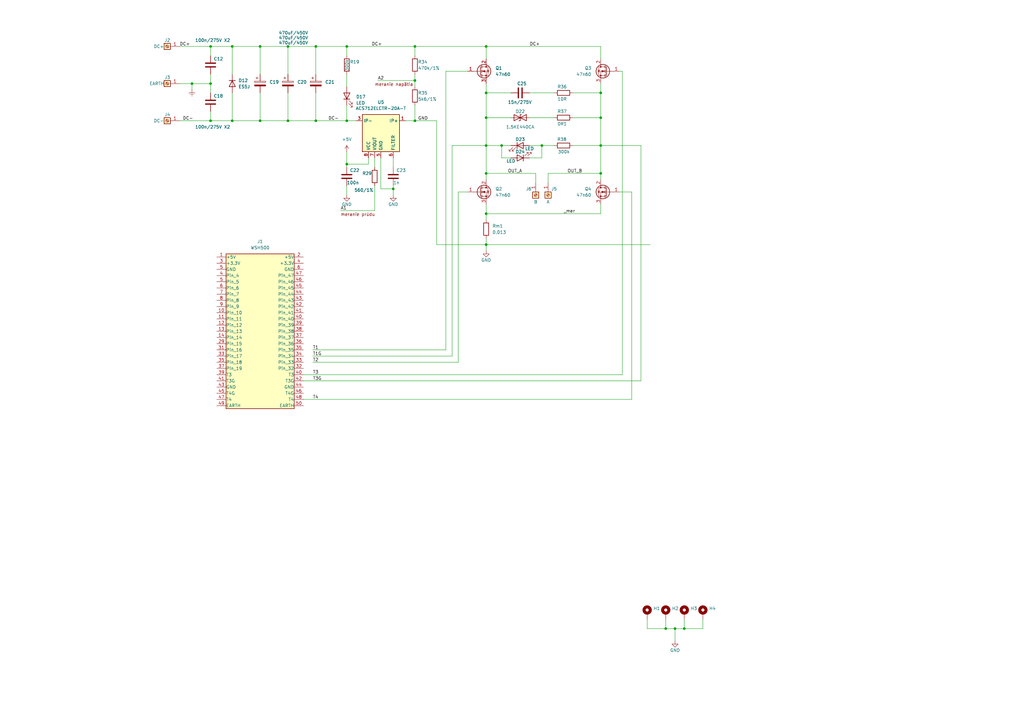
<source format=kicad_sch>
(kicad_sch (version 20250114) (generator "eeschema") (generator_version "9.0")
  (paper "A3")
  (lib_symbols
    (symbol "C_1" (pin_numbers (hide yes)) (pin_names (offset 0.254))
      (property "Reference" "C" (at 0.635 2.54 0))
      (property "Value" "C_1" (at 0.635 -2.54 0))
      (symbol "C_1_0_1"
        (polyline (pts (xy -2.032 0.762) (xy 2.032 0.762)) (stroke (width 0.508)))
        (polyline (pts (xy -2.032 -0.762) (xy 2.032 -0.762)) (stroke (width 0.508)))
      )
      (symbol "C_1_1_1"
        (pin passive line (at 0 3.81 270) (length 2.794) (name "~") (number "1"))
        (pin passive line (at 0 -3.81 90) (length 2.794) (name "~") (number "2"))
      )
    )
    (symbol "D_1" (pin_numbers (hide yes))
      (property "Reference" "D" (at 0 2.54 0))
      (property "Value" "D_1" (at 0 -2.54 0))
      (symbol "D_1_0_1"
        (polyline (pts (xy -1.27 1.27) (xy -1.27 -1.27)) (stroke (width 0.254)))
        (polyline (pts (xy 1.27 1.27) (xy 1.27 -1.27) (xy -1.27 0) (xy 1.27 1.27)) (stroke (width 0.254)))
        (polyline (pts (xy 1.27 0) (xy -1.27 0)))
      )
      (symbol "D_1_1_1"
        (pin passive line (at -3.81 0 0) (length 2.54) (name "") (number "1"))
        (pin passive line (at 3.81 0 180) (length 2.54) (name "") (number "2"))
      )
    )
    (symbol "Device:C" (pin_numbers (hide yes)) (pin_names (offset 0.254))
      (property "Reference" "C" (at 0.635 2.54 0))
      (property "Value" "C" (at 0.635 -2.54 0))
      (symbol "C_0_1"
        (polyline (pts (xy -2.032 0.762) (xy 2.032 0.762)) (stroke (width 0.508)))
        (polyline (pts (xy -2.032 -0.762) (xy 2.032 -0.762)) (stroke (width 0.508)))
      )
      (symbol "C_1_1"
        (pin passive line (at 0 3.81 270) (length 2.794) (name "~") (number "1"))
        (pin passive line (at 0 -3.81 90) (length 2.794) (name "~") (number "2"))
      )
    )
    (symbol "Device:R" (pin_numbers (hide yes)) (pin_names (offset 0))
      (property "Reference" "R" (at 2.032 0 90))
      (property "Value" "R" (at 0 0 90))
      (symbol "R_0_1"
        (rectangle (start -1.016 -2.54) (end 1.016 2.54) (stroke (width 0.254)))
      )
      (symbol "R_1_1"
        (pin passive line (at 0 3.81 270) (length 1.27) (name "~") (number "1"))
        (pin passive line (at 0 -3.81 90) (length 1.27) (name "~") (number "2"))
      )
    )
    (symbol "Diode:1.5KExxCA" (pin_numbers (hide yes)) (pin_names (offset 1.016) (hide yes))
      (property "Reference" "D" (at 0 2.54 0))
      (property "Value" "1.5KExxCA" (at 0 -2.54 0))
      (symbol "1.5KExxCA_0_1"
        (polyline (pts (xy -2.54 -1.27) (xy 0 0) (xy -2.54 1.27) (xy -2.54 -1.27)) (stroke (width 0.254)))
        (polyline (pts (xy 0.508 1.27) (xy 0 1.27) (xy 0 -1.27) (xy -0.508 -1.27)) (stroke (width 0.254)))
        (polyline (pts (xy 1.27 0) (xy -1.27 0)))
        (polyline (pts (xy 2.54 1.27) (xy 2.54 -1.27) (xy 0 0) (xy 2.54 1.27)) (stroke (width 0.254)))
      )
      (symbol "1.5KExxCA_1_1"
        (pin passive line (at -3.81 0 0) (length 2.54) (name "A1") (number "1"))
        (pin passive line (at 3.81 0 180) (length 2.54) (name "A2") (number "2"))
      )
    )
    (symbol "Mechanical:MountingHole_Pad" (pin_numbers (hide yes)) (pin_names (offset 1.016) (hide yes)) (in_bom no)
      (property "Reference" "H" (at 0 6.35 0))
      (property "Value" "MountingHole_Pad" (at 0 4.445 0))
      (symbol "MountingHole_Pad_0_1"
        (circle (center 0 1.27) (radius 1.27) (stroke (width 1.27)))
      )
      (symbol "MountingHole_Pad_1_1"
        (pin input line (at 0 -2.54 90) (length 2.54) (name "1") (number "1"))
      )
    )
    (symbol "R_1" (pin_numbers (hide yes)) (pin_names (offset 0))
      (property "Reference" "R" (at 2.032 0 90))
      (property "Value" "R_1" (at 0 0 90))
      (symbol "R_1_0_1"
        (rectangle (start -1.016 -2.54) (end 1.016 2.54) (stroke (width 0.254)))
      )
      (symbol "R_1_1_1"
        (pin passive line (at 0 3.81 270) (length 1.27) (name "~") (number "1"))
        (pin passive line (at 0 -3.81 90) (length 1.27) (name "~") (number "2"))
      )
    )
    (symbol "Transistor_FET:C2M0040120D" (pin_names (hide yes))
      (property "Reference" "Q" (at 5.08 1.905 0))
      (property "Value" "C2M0040120D" (at 5.08 0 0))
      (symbol "C2M0040120D_0_1"
        (polyline (pts (xy 0.254 1.905) (xy 0.254 -1.905)) (stroke (width 0.254)))
        (polyline (pts (xy 0.254 0) (xy -2.54 0)))
        (polyline (pts (xy 0.762 2.286) (xy 0.762 1.27)) (stroke (width 0.254)))
        (polyline (pts (xy 0.762 0.508) (xy 0.762 -0.508)) (stroke (width 0.254)))
        (polyline (pts (xy 0.762 -1.27) (xy 0.762 -2.286)) (stroke (width 0.254)))
        (polyline (pts (xy 0.762 -1.778) (xy 3.302 -1.778) (xy 3.302 1.778) (xy 0.762 1.778)))
        (polyline (pts (xy 1.016 0) (xy 2.032 0.381) (xy 2.032 -0.381) (xy 1.016 0)) (fill (type outline)))
        (circle (center 1.651 0) (radius 2.794) (stroke (width 0.254)))
        (polyline (pts (xy 2.54 2.54) (xy 2.54 1.778)))
        (circle (center 2.54 1.778) (radius 0.254) (fill (type outline)))
        (circle (center 2.54 -1.778) (radius 0.254) (fill (type outline)))
        (polyline (pts (xy 2.54 -2.54) (xy 2.54 0) (xy 0.762 0)))
        (polyline (pts (xy 2.794 0.508) (xy 2.921 0.381) (xy 3.683 0.381) (xy 3.81 0.254)))
        (polyline (pts (xy 3.302 0.381) (xy 2.921 -0.254) (xy 3.683 -0.254) (xy 3.302 0.381)))
      )
      (symbol "C2M0040120D_1_1"
        (pin input line (at -5.08 0 0) (length 2.54) (name "G") (number "1"))
        (pin passive line (at 2.54 5.08 270) (length 2.54) (name "D") (number "2"))
        (pin passive line (at 2.54 -5.08 90) (length 2.54) (name "S") (number "3"))
      )
    )
    (symbol "fabrika_lib:7796_KEYSTONE" (pin_names (offset 1.016) (hide yes))
      (property "Reference" "J" (at 0 2.54 0))
      (property "Value" "7796_KEYSTONE" (at 0 -2.54 0))
      (property "TME" "KEYS7796" (at 0 0 0))
      (symbol "7796_KEYSTONE_1_1"
        (rectangle (start -1.27 1.27) (end 1.27 -1.27) (stroke (width 0.254)) (fill (type background)))
        (polyline (pts (xy -0.5334 0.3302) (xy 0.3302 -0.508)) (stroke (width 0.1524)))
        (polyline (pts (xy -0.3556 0.508) (xy 0.508 -0.3302)) (stroke (width 0.1524)))
        (circle (center 0 0) (radius 0.635) (stroke (width 0.1524)))
        (pin passive line (at -5.08 0 0) (length 3.81) (name "Pin_1") (number "1"))
      )
    )
    (symbol "fabrika_lib:ACS712"
      (property "Reference" "U" (at -6.35 8.89 0))
      (property "Value" "ACS712" (at 0 1.27 0))
      (symbol "ACS712_0_1"
        (rectangle (start -7.62 7.62) (end 7.62 -7.62) (stroke (width 0.254)) (fill (type background)))
      )
      (symbol "ACS712_1_1"
        (pin passive line (at -10.16 5.08 0) (length 2.54) (name "IP-") (number "3"))
        (pin passive line (at -10.16 5.08 0) (length 2.54) (hide yes) (name "IP-") (number "4"))
        (pin power_in line (at -5.08 -10.16 90) (length 2.54) (name "VCC") (number "8"))
        (pin output line (at -2.54 -10.16 90) (length 2.54) (name "VIOUT") (number "7"))
        (pin power_in line (at 0 -10.16 90) (length 2.54) (name "GND") (number "5"))
        (pin passive line (at 5.08 -10.16 90) (length 2.54) (name "FILTER") (number "6"))
        (pin passive line (at 10.16 5.08 180) (length 2.54) (name "IP+") (number "1"))
        (pin passive line (at 10.16 5.08 180) (length 2.54) (hide yes) (name "IP+") (number "2"))
      )
    )
    (symbol "fabrika_lib:C" (pin_numbers (hide yes)) (pin_names (offset 0.254))
      (property "Reference" "C" (at 0.635 2.54 0))
      (property "Value" "C" (at 0.635 -2.54 0))
      (symbol "C_0_1"
        (polyline (pts (xy -2.032 0.762) (xy 2.032 0.762)) (stroke (width 0.508)))
        (polyline (pts (xy -2.032 -0.762) (xy 2.032 -0.762)) (stroke (width 0.508)))
      )
      (symbol "C_1_1"
        (pin passive line (at 0 3.81 270) (length 2.794) (name "~") (number "1"))
        (pin passive line (at 0 -3.81 90) (length 2.794) (name "~") (number "2"))
      )
    )
    (symbol "fabrika_lib:LED" (pin_numbers (hide yes)) (pin_names (offset 1.016) (hide yes))
      (property "Reference" "D" (at 0 2.54 0))
      (property "Value" "LED" (at 0 -2.54 0))
      (symbol "LED_0_1"
        (polyline (pts (xy -3.048 -0.762) (xy -4.572 -2.286) (xy -3.81 -2.286) (xy -4.572 -2.286) (xy -4.572 -1.524)))
        (polyline (pts (xy -1.778 -0.762) (xy -3.302 -2.286) (xy -2.54 -2.286) (xy -3.302 -2.286) (xy -3.302 -1.524)))
        (polyline (pts (xy -1.27 0) (xy 1.27 0)))
        (polyline (pts (xy -1.27 -1.27) (xy -1.27 1.27)) (stroke (width 0.254)))
        (polyline (pts (xy 1.27 -1.27) (xy 1.27 1.27) (xy -1.27 0) (xy 1.27 -1.27)) (stroke (width 0.254)))
      )
      (symbol "LED_1_1"
        (pin passive line (at -3.81 0 0) (length 2.54) (name "K") (number "1"))
        (pin passive line (at 3.81 0 180) (length 2.54) (name "A") (number "2"))
      )
    )
    (symbol "fabrika_lib:R" (pin_numbers (hide yes)) (pin_names (offset 0))
      (property "Reference" "R" (at 2.032 0 90))
      (property "Value" "R" (at 0 0 90))
      (symbol "R_0_1"
        (rectangle (start -1.016 -2.54) (end 1.016 2.54) (stroke (width 0.254)))
      )
      (symbol "R_1_1"
        (pin passive line (at 0 3.81 270) (length 1.27) (name "~") (number "1"))
        (pin passive line (at 0 -3.81 90) (length 1.27) (name "~") (number "2"))
      )
    )
    (symbol "fabrika_lib:WE_861011486024" (pin_numbers (hide yes)) (pin_names (offset 0.254))
      (property "Reference" "C" (at 1.905 2.54 0))
      (property "Value" "470uF/450V" (at 1.905 -3.175 0))
      (symbol "WE_861011486024_0_1"
        (rectangle (start -2.286 0.508) (end 2.286 1.016))
        (polyline (pts (xy -1.778 2.286) (xy -0.762 2.286)))
        (polyline (pts (xy -1.27 2.794) (xy -1.27 1.778)))
        (rectangle (start 2.286 -0.508) (end -2.286 -1.016) (fill (type outline)))
      )
      (symbol "WE_861011486024_1_1"
        (pin passive line (at 0 3.81 270) (length 2.794) (name "~") (number "1"))
        (pin passive line (at 0 -3.81 90) (length 2.794) (name "~") (number "2"))
      )
    )
    (symbol "power:+5V" (power) (pin_names (offset 0))
      (property "Value" "+5V" (at 0 3.556 0))
      (symbol "+5V_0_1"
        (polyline (pts (xy -0.762 1.27) (xy 0 2.54)))
        (polyline (pts (xy 0 2.54) (xy 0.762 1.27)))
        (polyline (pts (xy 0 0) (xy 0 2.54)))
      )
      (symbol "+5V_1_1"
        (pin power_in line (at 0 0 90) (length 0) (hide yes) (name "+5V") (number "1"))
      )
    )
    (symbol "power:Earth" (power) (pin_names (offset 0))
      (symbol "Earth_0_1"
        (polyline (pts (xy -0.635 -1.905) (xy 0.635 -1.905)))
        (polyline (pts (xy -0.127 -2.54) (xy 0.127 -2.54)))
        (polyline (pts (xy 0 -1.27) (xy 0 0)))
        (polyline (pts (xy 1.27 -1.27) (xy -1.27 -1.27)))
      )
      (symbol "Earth_1_1"
        (pin power_in line (at 0 0 270) (length 0) (hide yes) (name "Earth") (number "1"))
      )
    )
    (symbol "power:GND" (power) (pin_names (offset 0))
      (property "Value" "GND" (at 0 -3.81 0))
      (symbol "GND_0_1"
        (polyline (pts (xy 0 0) (xy 0 -1.27) (xy 1.27 -1.27) (xy 0 -2.54) (xy -1.27 -1.27) (xy 0 -1.27)))
      )
      (symbol "GND_1_1"
        (pin power_in line (at 0 0 270) (length 0) (hide yes) (name "GND") (number "1"))
      )
    )
    (symbol "zvt:WSH500" (pin_names (offset 0.0254))
      (property "Reference" "J" (at 0 33.02 0))
      (property "Value" "WSH500" (at 1.27 -33.02 0))
      (symbol "WSH500_1_1"
        (rectangle (start -12.7 31.75) (end 15.24 -31.75) (stroke (width 0.254)) (fill (type background)))
        (pin power_in line (at -16.51 30.48 0) (length 3.81) (name "+5V") (number "1"))
        (pin power_out line (at -16.51 27.94 0) (length 3.81) (name "+3.3V") (number "3"))
        (pin power_in line (at -16.51 25.4 0) (length 3.81) (name "GND") (number "5"))
        (pin passive line (at -16.51 22.86 0) (length 3.81) (name "Pin_4") (number "4"))
        (pin passive line (at -16.51 20.32 0) (length 3.81) (name "Pin_5") (number "5"))
        (pin passive line (at -16.51 17.78 0) (length 3.81) (name "Pin_6") (number "6"))
        (pin passive line (at -16.51 15.24 0) (length 3.81) (name "Pin_7") (number "7"))
        (pin passive line (at -16.51 12.7 0) (length 3.81) (name "Pin_8") (number "8"))
        (pin passive line (at -16.51 10.16 0) (length 3.81) (name "Pin_9") (number "9"))
        (pin passive line (at -16.51 7.62 0) (length 3.81) (name "Pin_10") (number "10"))
        (pin passive line (at -16.51 5.08 0) (length 3.81) (name "Pin_11") (number "11"))
        (pin passive line (at -16.51 2.54 0) (length 3.81) (name "Pin_12") (number "12"))
        (pin passive line (at -16.51 0 0) (length 3.81) (name "Pin_13") (number "13"))
        (pin passive line (at -16.51 -2.54 0) (length 3.81) (name "Pin_14") (number "14"))
        (pin passive line (at -16.51 -5.08 0) (length 3.81) (name "Pin_15") (number "29"))
        (pin passive line (at -16.51 -7.62 0) (length 3.81) (name "Pin_16") (number "31"))
        (pin passive line (at -16.51 -10.16 0) (length 3.81) (name "Pin_17") (number "33"))
        (pin passive line (at -16.51 -12.7 0) (length 3.81) (name "Pin_18") (number "35"))
        (pin passive line (at -16.51 -15.24 0) (length 3.81) (name "Pin_19") (number "37"))
        (pin passive line (at -16.51 -17.78 0) (length 3.81) (name "T3") (number "39"))
        (pin output line (at -16.51 -20.32 0) (length 3.81) (name "T3G") (number "41"))
        (pin power_in line (at -16.51 -22.86 0) (length 3.81) (name "GND") (number "43"))
        (pin output line (at -16.51 -25.4 0) (length 3.81) (name "T4G") (number "45"))
        (pin output line (at -16.51 -27.94 0) (length 3.81) (name "T4") (number "47"))
        (pin passive line (at -16.51 -30.48 0) (length 3.81) (name "EARTH") (number "49"))
        (pin power_in line (at 19.05 30.48 180) (length 3.81) (name "+5V") (number "2"))
        (pin passive line (at 19.05 27.94 180) (length 3.81) (name "+3.3V") (number "4"))
        (pin power_in line (at 19.05 25.4 180) (length 3.81) (name "GND") (number "6"))
        (pin passive line (at 19.05 22.86 180) (length 3.81) (name "Pin_47") (number "47"))
        (pin passive line (at 19.05 20.32 180) (length 3.81) (name "Pin_46") (number "46"))
        (pin passive line (at 19.05 17.78 180) (length 3.81) (name "Pin_45") (number "45"))
        (pin passive line (at 19.05 15.24 180) (length 3.81) (name "Pin_44") (number "44"))
        (pin passive line (at 19.05 12.7 180) (length 3.81) (name "Pin_43") (number "43"))
        (pin passive line (at 19.05 10.16 180) (length 3.81) (name "Pin_42") (number "42"))
        (pin passive line (at 19.05 7.62 180) (length 3.81) (name "Pin_41") (number "41"))
        (pin passive line (at 19.05 5.08 180) (length 3.81) (name "Pin_40") (number "40"))
        (pin passive line (at 19.05 2.54 180) (length 3.81) (name "Pin_39") (number "39"))
        (pin passive line (at 19.05 0 180) (length 3.81) (name "Pin_38") (number "38"))
        (pin passive line (at 19.05 -2.54 180) (length 3.81) (name "Pin_37") (number "37"))
        (pin passive line (at 19.05 -5.08 180) (length 3.81) (name "Pin_36") (number "36"))
        (pin passive line (at 19.05 -7.62 180) (length 3.81) (name "Pin_35") (number "35"))
        (pin passive line (at 19.05 -10.16 180) (length 3.81) (name "Pin_34") (number "34"))
        (pin passive line (at 19.05 -12.7 180) (length 3.81) (name "Pin_33") (number "33"))
        (pin passive line (at 19.05 -15.24 180) (length 3.81) (name "Pin_32") (number "32"))
        (pin passive line (at 19.05 -17.78 180) (length 3.81) (name "T3") (number "40"))
        (pin passive line (at 19.05 -20.32 180) (length 3.81) (name "T3G") (number "42"))
        (pin passive line (at 19.05 -22.86 180) (length 3.81) (name "GND") (number "44"))
        (pin passive line (at 19.05 -25.4 180) (length 3.81) (name "T4G") (number "46"))
        (pin output line (at 19.05 -27.94 180) (length 3.81) (name "T4") (number "48"))
        (pin passive line (at 19.05 -30.48 180) (length 3.81) (name "EARTH") (number "50"))
      )
    )
  )
  (text "meranie napätia" (at 153.67 35.56 0) (effects (font (size 1.27 1.27)) (justify left bottom)))
  (text "meranie prúdu" (at 139.7 88.9 0) (effects (font (size 1.27 1.27)) (justify left bottom)))
  (junction (at 142.24 19.05))
  (junction (at 129.54 19.05))
  (junction (at 205.74 59.69))
  (junction (at 142.24 67.31))
  (junction (at 161.29 77.47))
  (junction (at 170.18 49.53))
  (junction (at 170.18 33.02))
  (junction (at 280.67 257.81))
  (junction (at 246.38 48.26))
  (junction (at 199.39 48.26))
  (junction (at 86.36 49.53))
  (junction (at 95.25 49.53))
  (junction (at 142.24 49.53))
  (junction (at 106.68 49.53))
  (junction (at 246.38 71.12))
  (junction (at 276.86 257.81))
  (junction (at 222.25 59.69))
  (junction (at 246.38 59.69))
  (junction (at 78.74 34.29))
  (junction (at 118.11 19.05))
  (junction (at 86.36 34.29))
  (junction (at 199.39 38.1))
  (junction (at 86.36 19.05))
  (junction (at 199.39 87.63))
  (junction (at 199.39 19.05))
  (junction (at 106.68 19.05))
  (junction (at 246.38 38.1))
  (junction (at 199.39 100.33))
  (junction (at 170.18 19.05))
  (junction (at 199.39 59.69))
  (junction (at 199.39 71.12))
  (junction (at 273.05 257.81))
  (junction (at 129.54 49.53))
  (junction (at 118.11 49.53))
  (junction (at 95.25 19.05))
  (wire (pts (xy 156.21 77.47) (xy 161.29 77.47)))
  (wire (pts (xy 86.36 34.29) (xy 86.36 38.1)))
  (wire (pts (xy 246.38 83.82) (xy 246.38 87.63)))
  (wire (pts (xy 95.25 19.05) (xy 95.25 30.48)))
  (wire (pts (xy 185.42 59.69) (xy 199.39 59.69)))
  (wire (pts (xy 224.79 71.12) (xy 246.38 71.12)))
  (wire (pts (xy 222.25 59.69) (xy 222.25 64.77)))
  (wire (pts (xy 199.39 71.12) (xy 219.71 71.12)))
  (wire (pts (xy 170.18 49.53) (xy 179.07 49.53)))
  (wire (pts (xy 106.68 38.1) (xy 106.68 49.53)))
  (wire (pts (xy 142.24 19.05) (xy 170.18 19.05)))
  (wire (pts (xy 78.74 34.29) (xy 86.36 34.29)))
  (wire (pts (xy 73.66 49.53) (xy 86.36 49.53)))
  (wire (pts (xy 234.95 48.26) (xy 246.38 48.26)))
  (wire (pts (xy 182.88 143.51) (xy 182.88 29.21)))
  (wire (pts (xy 139.7 86.36) (xy 153.67 86.36)))
  (wire (pts (xy 154.94 33.02) (xy 170.18 33.02)))
  (wire (pts (xy 73.66 19.05) (xy 86.36 19.05)))
  (wire (pts (xy 95.25 49.53) (xy 95.25 38.1)))
  (wire (pts (xy 106.68 19.05) (xy 118.11 19.05)))
  (wire (pts (xy 129.54 19.05) (xy 129.54 30.48)))
  (wire (pts (xy 161.29 76.2) (xy 161.29 77.47)))
  (wire (pts (xy 246.38 59.69) (xy 246.38 71.12)))
  (wire (pts (xy 142.24 19.05) (xy 142.24 22.86)))
  (wire (pts (xy 129.54 19.05) (xy 142.24 19.05)))
  (wire (pts (xy 273.05 257.81) (xy 276.86 257.81)))
  (wire (pts (xy 262.89 59.69) (xy 246.38 59.69)))
  (wire (pts (xy 170.18 19.05) (xy 170.18 22.86)))
  (wire (pts (xy 128.27 143.51) (xy 182.88 143.51)))
  (wire (pts (xy 142.24 67.31) (xy 142.24 68.58)))
  (wire (pts (xy 78.74 34.29) (xy 78.74 36.83)))
  (wire (pts (xy 199.39 100.33) (xy 199.39 102.87)))
  (wire (pts (xy 246.38 19.05) (xy 246.38 24.13)))
  (wire (pts (xy 234.95 38.1) (xy 246.38 38.1)))
  (wire (pts (xy 118.11 19.05) (xy 118.11 30.48)))
  (wire (pts (xy 219.71 71.12) (xy 219.71 74.93)))
  (wire (pts (xy 209.55 64.77) (xy 205.74 64.77)))
  (wire (pts (xy 106.68 19.05) (xy 106.68 30.48)))
  (wire (pts (xy 280.67 257.81) (xy 288.29 257.81)))
  (wire (pts (xy 262.89 156.21) (xy 262.89 59.69)))
  (wire (pts (xy 142.24 49.53) (xy 146.05 49.53)))
  (wire (pts (xy 142.24 43.18) (xy 142.24 49.53)))
  (wire (pts (xy 129.54 49.53) (xy 118.11 49.53)))
  (wire (pts (xy 246.38 38.1) (xy 246.38 48.26)))
  (wire (pts (xy 161.29 64.77) (xy 161.29 68.58)))
  (wire (pts (xy 199.39 71.12) (xy 199.39 73.66)))
  (wire (pts (xy 73.66 34.29) (xy 78.74 34.29)))
  (wire (pts (xy 199.39 97.79) (xy 199.39 100.33)))
  (wire (pts (xy 153.67 76.2) (xy 153.67 86.36)))
  (wire (pts (xy 86.36 19.05) (xy 86.36 22.86)))
  (wire (pts (xy 199.39 59.69) (xy 199.39 71.12)))
  (wire (pts (xy 199.39 48.26) (xy 209.55 48.26)))
  (wire (pts (xy 224.79 74.93) (xy 224.79 71.12)))
  (wire (pts (xy 259.08 78.74) (xy 254 78.74)))
  (wire (pts (xy 217.17 64.77) (xy 222.25 64.77)))
  (wire (pts (xy 246.38 34.29) (xy 246.38 38.1)))
  (wire (pts (xy 124.46 156.21) (xy 262.89 156.21)))
  (wire (pts (xy 151.13 64.77) (xy 151.13 67.31)))
  (wire (pts (xy 276.86 257.81) (xy 280.67 257.81)))
  (wire (pts (xy 170.18 19.05) (xy 199.39 19.05)))
  (wire (pts (xy 199.39 87.63) (xy 246.38 87.63)))
  (wire (pts (xy 124.46 163.83) (xy 259.08 163.83)))
  (wire (pts (xy 199.39 100.33) (xy 266.7 100.33)))
  (wire (pts (xy 118.11 19.05) (xy 129.54 19.05)))
  (wire (pts (xy 179.07 100.33) (xy 199.39 100.33)))
  (wire (pts (xy 166.37 49.53) (xy 170.18 49.53)))
  (wire (pts (xy 234.95 59.69) (xy 246.38 59.69)))
  (wire (pts (xy 246.38 71.12) (xy 246.38 73.66)))
  (wire (pts (xy 205.74 59.69) (xy 209.55 59.69)))
  (wire (pts (xy 273.05 254) (xy 273.05 257.81)))
  (wire (pts (xy 86.36 30.48) (xy 86.36 34.29)))
  (wire (pts (xy 185.42 146.05) (xy 185.42 59.69)))
  (wire (pts (xy 222.25 59.69) (xy 227.33 59.69)))
  (wire (pts (xy 199.39 59.69) (xy 205.74 59.69)))
  (wire (pts (xy 187.96 78.74) (xy 191.77 78.74)))
  (wire (pts (xy 151.13 67.31) (xy 142.24 67.31)))
  (wire (pts (xy 86.36 19.05) (xy 95.25 19.05)))
  (wire (pts (xy 199.39 87.63) (xy 199.39 90.17)))
  (wire (pts (xy 118.11 49.53) (xy 106.68 49.53)))
  (wire (pts (xy 217.17 48.26) (xy 227.33 48.26)))
  (wire (pts (xy 217.17 59.69) (xy 222.25 59.69)))
  (wire (pts (xy 199.39 34.29) (xy 199.39 38.1)))
  (wire (pts (xy 124.46 153.67) (xy 255.27 153.67)))
  (wire (pts (xy 86.36 45.72) (xy 86.36 49.53)))
  (wire (pts (xy 129.54 38.1) (xy 129.54 49.53)))
  (wire (pts (xy 142.24 62.23) (xy 142.24 67.31)))
  (wire (pts (xy 199.39 38.1) (xy 199.39 48.26)))
  (wire (pts (xy 199.39 19.05) (xy 246.38 19.05)))
  (wire (pts (xy 170.18 49.53) (xy 170.18 43.18)))
  (wire (pts (xy 170.18 33.02) (xy 170.18 35.56)))
  (wire (pts (xy 255.27 153.67) (xy 255.27 29.21)))
  (wire (pts (xy 95.25 19.05) (xy 106.68 19.05)))
  (wire (pts (xy 217.17 38.1) (xy 227.33 38.1)))
  (wire (pts (xy 199.39 48.26) (xy 199.39 59.69)))
  (wire (pts (xy 199.39 38.1) (xy 209.55 38.1)))
  (wire (pts (xy 142.24 76.2) (xy 142.24 80.01)))
  (wire (pts (xy 246.38 48.26) (xy 246.38 59.69)))
  (wire (pts (xy 255.27 29.21) (xy 254 29.21)))
  (wire (pts (xy 129.54 49.53) (xy 142.24 49.53)))
  (wire (pts (xy 265.43 257.81) (xy 273.05 257.81)))
  (wire (pts (xy 128.27 146.05) (xy 185.42 146.05)))
  (wire (pts (xy 179.07 49.53) (xy 179.07 100.33)))
  (wire (pts (xy 205.74 64.77) (xy 205.74 59.69)))
  (wire (pts (xy 95.25 49.53) (xy 106.68 49.53)))
  (wire (pts (xy 156.21 64.77) (xy 156.21 77.47)))
  (wire (pts (xy 187.96 148.59) (xy 187.96 78.74)))
  (wire (pts (xy 182.88 29.21) (xy 191.77 29.21)))
  (wire (pts (xy 142.24 30.48) (xy 142.24 35.56)))
  (wire (pts (xy 276.86 257.81) (xy 276.86 262.89)))
  (wire (pts (xy 288.29 257.81) (xy 288.29 254)))
  (wire (pts (xy 199.39 19.05) (xy 199.39 24.13)))
  (wire (pts (xy 161.29 77.47) (xy 161.29 80.01)))
  (wire (pts (xy 259.08 163.83) (xy 259.08 78.74)))
  (wire (pts (xy 118.11 38.1) (xy 118.11 49.53)))
  (wire (pts (xy 153.67 64.77) (xy 153.67 68.58)))
  (wire (pts (xy 170.18 30.48) (xy 170.18 33.02)))
  (wire (pts (xy 280.67 254) (xy 280.67 257.81)))
  (wire (pts (xy 128.27 148.59) (xy 187.96 148.59)))
  (wire (pts (xy 86.36 49.53) (xy 95.25 49.53)))
  (wire (pts (xy 265.43 254) (xy 265.43 257.81)))
  (wire (pts (xy 199.39 83.82) (xy 199.39 87.63)))
  (label "T3" (at 128.27 153.67 0))
  (label "GND" (at 171.45 49.53 0))
  (label "T1G" (at 128.27 146.05 0))
  (label "T4" (at 128.27 163.83 0))
  (label "DC+" (at 73.66 19.05 0))
  (label "OUT_B" (at 238.76 71.12 180))
  (label "OUT_A" (at 208.28 71.12 0))
  (label "T2" (at 128.27 148.59 0))
  (label "DC-" (at 74.93 49.53 0))
  (label "A1" (at 139.7 86.36 0))
  (label "DC+" (at 217.17 19.05 0))
  (label "T1" (at 128.27 143.51 0))
  (label "DC+" (at 152.4 19.05 0))
  (label "DC-" (at 134.62 49.53 0))
  (label "T3G" (at 128.27 156.21 0))
  (label "_mer" (at 231.14 87.63 0))
  (label "A2" (at 154.94 33.02 0))
  (symbol (lib_id "fabrika_lib:LED") (at 213.36 59.69 0) (unit 1)
    (property "Reference" "D23" (at 213.36 57.15 0))
    (property "Value" "LED" (at 217.17 60.96 0))
    (property "Footprint" "LED_SMD:LED_0805_2012Metric" (effects (hide yes)))
    (property "LSCS" "C188728" (effects (hide yes)))
    (property "TME" "HSMG-C170" (effects (hide yes)))
  )
  (symbol (lib_name "D_1") (lib_id "fabrika_lib:D") (at 95.25 34.29 270) (unit 1)
    (property "Reference" "D12" (at 97.79 33.0199 90) (effects (justify left)))
    (property "Value" "ES5J" (at 97.79 35.5599 90) (effects (justify left)))
    (property "Footprint" "Diode_SMD:D_SMB" (effects (hide yes)))
    (property "LSCS" "C571358" (effects (hide yes)))
  )
  (symbol (lib_id "power:GND") (at 276.86 262.89 0) (unit 1)
    (property "Reference" "#PWR04" (effects (hide yes)))
    (property "Value" "GND" (at 276.86 266.7 0))
    (property "Description" "Power symbol creates a global label with name \"GND\" , ground" (effects (hide yes)))
  )
  (symbol (lib_id "Transistor_FET:C2M0040120D") (at 196.85 78.74 0) (unit 1)
    (property "Reference" "Q2" (at 203.2 77.4699 0) (effects (justify left)))
    (property "Value" "47n60" (at 203.2 80.0099 0) (effects (justify left)))
    (property "Footprint" "fab_T:TO-247-3_Horizontal_TabDown_Cut" (effects (hide yes)))
  )
  (symbol (lib_id "power:GND") (at 142.24 80.01 0) (unit 1)
    (property "Reference" "#PWR014" (effects (hide yes)))
    (property "Value" "GND" (at 142.24 83.82 0))
  )
  (symbol (lib_id "Transistor_FET:C2M0040120D") (at 196.85 29.21 0) (unit 1)
    (property "Reference" "Q1" (at 203.2 27.9399 0) (effects (justify left)))
    (property "Value" "47n60" (at 203.2 30.4799 0) (effects (justify left)))
    (property "Footprint" "fab_T:TO-247-3_Horizontal_TabDown_Cut" (effects (hide yes)))
  )
  (symbol (lib_name "R_1") (lib_id "fabrika_lib:R") (at 199.39 93.98 0) (unit 1)
    (property "Reference" "Rm1" (at 201.93 92.7099 0) (effects (justify left)))
    (property "Value" "0,013" (at 201.93 95.2499 0) (effects (justify left)))
    (property "Footprint" "Resistor_SMD:R_2816_7142Metric" (effects (hide yes)))
  )
  (symbol (lib_id "fabrika_lib:R") (at 231.14 59.69 270) (unit 1)
    (property "Reference" "R38" (at 232.41 57.15 90) (effects (justify right)))
    (property "Value" "300k" (at 233.68 62.23 90) (effects (justify right)))
    (property "Footprint" "Resistor_SMD:R_0805_2012Metric" (effects (hide yes)))
  )
  (symbol (lib_id "fabrika_lib:R") (at 170.18 39.37 180) (unit 1)
    (property "Reference" "R35" (at 171.45 38.1 0) (effects (justify right)))
    (property "Value" "5k6/1%" (at 171.45 40.64 0) (effects (justify right)))
    (property "Footprint" "Resistor_SMD:R_0805_2012Metric" (effects (hide yes)))
  )
  (symbol (lib_id "fabrika_lib:R") (at 142.24 26.67 180) (unit 1)
    (property "Reference" "R19" (at 143.51 25.4 0) (effects (justify right)))
    (property "Value" "300k" (at 142.24 29.21 90) (effects (justify right)))
    (property "Footprint" "Resistor_SMD:R_0805_2012Metric" (effects (hide yes)))
  )
  (symbol (lib_id "power:GND") (at 161.29 80.01 0) (unit 1)
    (property "Reference" "#PWR043" (effects (hide yes)))
    (property "Value" "GND" (at 161.29 83.82 0))
  )
  (symbol (lib_id "zvt:WSH500") (at 105.41 135.89 0) (unit 1)
    (property "Reference" "J1" (at 106.68 99.06 0))
    (property "Value" "WSH500" (at 106.68 101.6 0))
    (property "Footprint" "zvt:WSH500" (effects (hide yes)))
    (property "Description" "Generic connectable mounting pin connector, double row, 02x25, counter clockwise pin numbering scheme (similar to DIP package numbering), script generated (kicad-library-utils/schlib/autogen/connector/)" (effects (hide yes)))
  )
  (symbol (lib_id "fabrika_lib:7796_KEYSTONE") (at 68.58 49.53 180) (unit 1)
    (property "Reference" "J4" (at 69.85 46.99 0) (effects (justify left)))
    (property "Value" "DC-" (at 67.31 49.53 0) (effects (justify left)))
    (property "Footprint" "fabrika_lib:KEYS_7796" (effects (hide yes)))
    (property "TME" "KEYS7796" (effects (hide yes)))
  )
  (symbol (lib_id "fabrika_lib:WE_861011486024") (at 106.68 34.29 0) (unit 1)
    (property "Reference" "C19" (at 110.49 33.655 0) (effects (justify left)))
    (property "Value" "470uF/450V" (at 114.3 17.526 0) (effects (justify left)))
    (property "Footprint" "fabrika_lib:WE_861011486024" (effects (hide yes)))
    (property "Datasheet" "https://www.we-online.com/components/products/datasheet/861011486024.pdf" (effects (hide yes)))
    (property "Napätie" "450V (DC)" (effects (hide yes)))
    (property "WE" "861011486024" (effects (hide yes)))
  )
  (symbol (lib_id "Device:C") (at 213.36 38.1 90) (unit 1)
    (property "Reference" "C25" (at 212.0899 34.29 90) (effects (justify right)))
    (property "Value" "15n/275V" (at 208.28 41.91 90) (effects (justify right)))
  )
  (symbol (lib_id "Mechanical:MountingHole_Pad") (at 288.29 251.46 0) (unit 1) (in_bom no)
    (property "Reference" "H4" (at 290.83 249.555 0) (effects (justify left)))
    (property "Value" "3,2" (effects (hide yes)))
    (property "Footprint" "MountingHole:MountingHole_3.2mm_M3_Pad_Via" (effects (hide yes)))
    (property "Description" "Mounting Hole with connection" (effects (hide yes)))
  )
  (symbol (lib_id "power:Earth") (at 78.74 36.83 0) (unit 1)
    (property "Reference" "#PWR0113" (effects (hide yes)))
    (property "Value" "Earth" (effects (hide yes)))
  )
  (symbol (lib_id "Mechanical:MountingHole_Pad") (at 273.05 251.46 0) (unit 1) (in_bom no)
    (property "Reference" "H2" (at 275.59 249.555 0) (effects (justify left)))
    (property "Value" "3,2" (effects (hide yes)))
    (property "Footprint" "MountingHole:MountingHole_3.2mm_M3_Pad_Via" (effects (hide yes)))
    (property "Description" "Mounting Hole with connection" (effects (hide yes)))
  )
  (symbol (lib_id "fabrika_lib:LED") (at 142.24 39.37 90) (unit 1)
    (property "Reference" "D17" (at 146.05 39.6874 90) (effects (justify right)))
    (property "Value" "LED" (at 146.05 42.2274 90) (effects (justify right)))
    (property "Footprint" "LED_SMD:LED_0805_2012Metric" (effects (hide yes)))
    (property "LSCS" "C188728" (effects (hide yes)))
    (property "TME" "HSMG-C170" (effects (hide yes)))
  )
  (symbol (lib_id "fabrika_lib:R") (at 153.67 72.39 180) (unit 1)
    (property "Reference" "R29" (at 148.59 71.12 0) (effects (justify right)))
    (property "Value" "560/1%" (at 145.288 77.978 0) (effects (justify right)))
    (property "Footprint" "Resistor_SMD:R_0805_2012Metric" (effects (hide yes)))
  )
  (symbol (lib_id "fabrika_lib:ACS712") (at 156.21 54.61 0) (unit 1)
    (property "Reference" "U5" (at 156.21 41.91 0))
    (property "Value" "ACS712ELCTR-20A-T" (at 156.21 44.45 0))
    (property "Footprint" "Package_SO:SOIC-8_3.9x4.9mm_P1.27mm" (effects (hide yes)))
    (property "Datasheet" "http://www.allegromicro.com/~/media/Files/Datasheets/ACS712-Datasheet.ashx?la=en" (effects (hide yes)))
    (property "LSCS" "C10681" (effects (hide yes)))
    (property "TME" "ACS712ELCTR20AT" (effects (hide yes)))
  )
  (symbol (lib_id "Transistor_FET:C2M0040120D") (at 248.92 29.21 0) (mirror y) (unit 1)
    (property "Reference" "Q3" (at 242.57 27.9399 0) (effects (justify left)))
    (property "Value" "47n60" (at 242.57 30.4799 0) (effects (justify left)))
    (property "Footprint" "fab_T:TO-247-3_Horizontal_TabDown_Cut" (effects (hide yes)))
  )
  (symbol (lib_id "fabrika_lib:R") (at 170.18 26.67 180) (unit 1)
    (property "Reference" "R34" (at 171.45 25.4 0) (effects (justify right)))
    (property "Value" "470k/1%" (at 171.45 27.94 0) (effects (justify right)))
    (property "Footprint" "Resistor_SMD:R_0805_2012Metric" (effects (hide yes)))
  )
  (symbol (lib_id "Transistor_FET:C2M0040120D") (at 248.92 78.74 0) (mirror y) (unit 1)
    (property "Reference" "Q4" (at 242.57 77.4699 0) (effects (justify left)))
    (property "Value" "47n60" (at 242.57 80.0099 0) (effects (justify left)))
    (property "Footprint" "fab_T:TO-247-3_Horizontal_TabDown_Cut" (effects (hide yes)))
  )
  (symbol (lib_id "Mechanical:MountingHole_Pad") (at 265.43 251.46 0) (unit 1) (in_bom no)
    (property "Reference" "H1" (at 267.97 249.555 0) (effects (justify left)))
    (property "Value" "3,2" (effects (hide yes)))
    (property "Footprint" "MountingHole:MountingHole_3.2mm_M3_Pad_Via" (effects (hide yes)))
    (property "Description" "Mounting Hole with connection" (effects (hide yes)))
  )
  (symbol (lib_id "fabrika_lib:LED") (at 213.36 64.77 180) (unit 1)
    (property "Reference" "D24" (at 213.36 62.23 0))
    (property "Value" "LED" (at 209.55 66.04 0))
    (property "Footprint" "LED_SMD:LED_0805_2012Metric" (effects (hide yes)))
    (property "LSCS" "C188728" (effects (hide yes)))
    (property "TME" "HSMG-C170" (effects (hide yes)))
  )
  (symbol (lib_id "Diode:1.5KExxCA") (at 213.36 48.26 0) (unit 1)
    (property "Reference" "D22" (at 213.36 45.72 0))
    (property "Value" "1.5KE440CA" (at 213.36 52.07 0))
    (property "Footprint" "Diode_THT:D_DO-201AE_P15.24mm_Horizontal" (effects (hide yes)))
    (property "Datasheet" "https://www.vishay.com/docs/88301/15ke.pdf" (effects (hide yes)))
  )
  (symbol (lib_id "fabrika_lib:7796_KEYSTONE") (at 219.71 80.01 270) (unit 1)
    (property "Reference" "J6" (at 215.646 77.47 90) (effects (justify left)))
    (property "Value" "B" (at 219.71 82.804 90))
    (property "Footprint" "fabrika_lib:KEYS_7796" (effects (hide yes)))
    (property "TME" "KEYS7796" (effects (hide yes)))
  )
  (symbol (lib_id "fabrika_lib:7796_KEYSTONE") (at 224.79 80.01 270) (unit 1)
    (property "Reference" "J5" (at 226.06 77.47 90) (effects (justify left)))
    (property "Value" "A" (at 224.79 82.804 90))
    (property "Footprint" "fabrika_lib:KEYS_7796" (effects (hide yes)))
    (property "TME" "KEYS7796" (effects (hide yes)))
  )
  (symbol (lib_id "Device:R") (at 231.14 48.26 90) (unit 1)
    (property "Reference" "R37" (at 228.6 45.72 90) (effects (justify right)))
    (property "Value" "0R1" (at 228.6 50.8 90) (effects (justify right)))
  )
  (symbol (lib_id "power:GND") (at 199.39 102.87 0) (unit 1)
    (property "Reference" "#PWR0110" (effects (hide yes)))
    (property "Value" "GND" (at 199.39 106.68 0))
  )
  (symbol (lib_id "fabrika_lib:WE_861011486024") (at 129.54 34.29 0) (unit 1)
    (property "Reference" "C21" (at 133.35 33.655 0) (effects (justify left)))
    (property "Value" "470uF/450V" (at 114.3 15.494 0) (effects (justify left)))
    (property "Footprint" "fabrika_lib:WE_861011486024" (effects (hide yes)))
    (property "Datasheet" "https://www.we-online.com/components/products/datasheet/861011486024.pdf" (effects (hide yes)))
    (property "Napätie" "450V (DC)" (effects (hide yes)))
    (property "WE" "861011486024" (effects (hide yes)))
  )
  (symbol (lib_id "fabrika_lib:C") (at 161.29 72.39 0) (unit 1)
    (property "Reference" "C23" (at 162.56 69.85 0) (effects (justify left)))
    (property "Value" "1n" (at 161.29 74.93 0) (effects (justify left)))
    (property "Footprint" "Capacitor_SMD:C_0805_2012Metric" (effects (hide yes)))
  )
  (symbol (lib_id "fabrika_lib:WE_861011486024") (at 118.11 34.29 0) (unit 1)
    (property "Reference" "C20" (at 121.92 33.655 0) (effects (justify left)))
    (property "Value" "470uF/450V" (at 114.3 13.462 0) (effects (justify left)))
    (property "Footprint" "fabrika_lib:WE_861011486024" (effects (hide yes)))
    (property "Datasheet" "https://www.we-online.com/components/products/datasheet/861011486024.pdf" (effects (hide yes)))
    (property "Napätie" "450V (DC)" (effects (hide yes)))
    (property "WE" "861011486024" (effects (hide yes)))
  )
  (symbol (lib_name "C_1") (lib_id "fabrika_lib:C") (at 86.36 26.67 0) (unit 1)
    (property "Reference" "C12" (at 87.63 24.13 0) (effects (justify left)))
    (property "Value" "100n/275V X2" (at 80.01 16.51 0) (effects (justify left)))
    (property "Footprint" "Capacitor_THT:C_Rect_L13.0mm_W8.0mm_P10.00mm_FKS3_FKP3_MKS4" (effects (hide yes)))
    (property "Napätie" "275V" (effects (hide yes)))
    (property "WE" "890324023023" (effects (hide yes)))
  )
  (symbol (lib_id "Mechanical:MountingHole_Pad") (at 280.67 251.46 0) (unit 1) (in_bom no)
    (property "Reference" "H3" (at 283.21 249.555 0) (effects (justify left)))
    (property "Value" "3,2" (effects (hide yes)))
    (property "Footprint" "MountingHole:MountingHole_3.2mm_M3_Pad_Via" (effects (hide yes)))
    (property "Description" "Mounting Hole with connection" (effects (hide yes)))
  )
  (symbol (lib_name "C_1") (lib_id "fabrika_lib:C") (at 86.36 41.91 0) (unit 1)
    (property "Reference" "C18" (at 87.63 39.37 0) (effects (justify left)))
    (property "Value" "100n/275V X2" (at 80.01 52.07 0) (effects (justify left)))
    (property "Footprint" "Capacitor_THT:C_Rect_L13.0mm_W8.0mm_P10.00mm_FKS3_FKP3_MKS4" (effects (hide yes)))
    (property "Napätie" "275V" (effects (hide yes)))
    (property "WE" "890324023023" (effects (hide yes)))
  )
  (symbol (lib_id "fabrika_lib:7796_KEYSTONE") (at 68.58 19.05 180) (unit 1)
    (property "Reference" "J2" (at 69.85 16.51 0) (effects (justify left)))
    (property "Value" "DC+" (at 67.31 19.05 0) (effects (justify left)))
    (property "Footprint" "fabrika_lib:KEYS_7796" (effects (hide yes)))
    (property "TME" "KEYS7796" (effects (hide yes)))
  )
  (symbol (lib_id "power:+5V") (at 142.24 62.23 0) (unit 1)
    (property "Reference" "#PWR013" (effects (hide yes)))
    (property "Value" "+5V" (at 142.24 57.15 0))
  )
  (symbol (lib_id "fabrika_lib:7796_KEYSTONE") (at 68.58 34.29 180) (unit 1)
    (property "Reference" "J3" (at 69.85 31.75 0) (effects (justify left)))
    (property "Value" "EARTH" (at 67.31 34.29 0) (effects (justify left)))
    (property "Footprint" "fabrika_lib:KEYS_7796" (effects (hide yes)))
    (property "TME" "KEYS7796" (effects (hide yes)))
  )
  (symbol (lib_id "fabrika_lib:C") (at 142.24 72.39 0) (unit 1)
    (property "Reference" "C22" (at 143.51 69.85 0) (effects (justify left)))
    (property "Value" "100n" (at 142.24 74.93 0) (effects (justify left)))
    (property "Footprint" "Capacitor_SMD:C_0805_2012Metric" (effects (hide yes)))
  )
  (symbol (lib_id "Device:R") (at 231.14 38.1 90) (unit 1)
    (property "Reference" "R36" (at 228.6 35.56 90) (effects (justify right)))
    (property "Value" "10R" (at 228.6 40.64 90) (effects (justify right)))
  )
)
</source>
